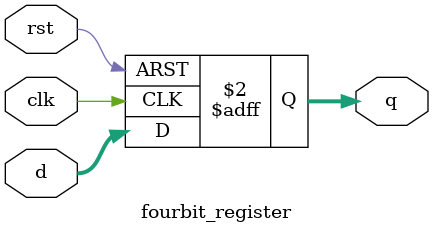
<source format=v>
module fourbit_register(
    input clk,
    input rst,
    input [3:0] d,
    output reg [3:0] q
);

always @(posedge clk or posedge rst) begin
    if(rst)
        q <= 4'b0000;
    else
        q <= d;
end

endmodule

</source>
